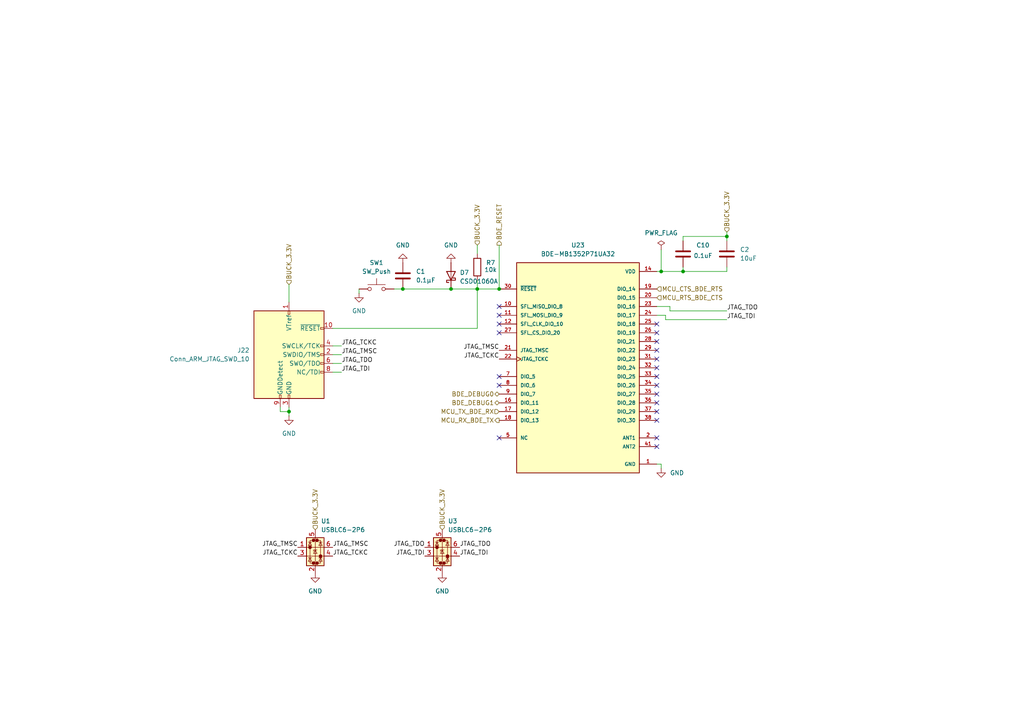
<source format=kicad_sch>
(kicad_sch (version 20250114) (generator "eeschema") (generator_version "9.0")
  (paper "A4")
  (lib_symbols
    (symbol "BDE-MB1352P71UA32:BDE-MB1352P71UA32" (pin_names (offset 1.016))
      (property "Reference" "U23" (at 0 35.56 0))
      (property "Value" "BDE-MB1352P71UA32" (at 0 33.02 0))
      (symbol "BDE-MB1352P71UA32_0_0"
        (rectangle (start -17.78 -30.48) (end 17.78 30.48) (stroke (width 0.254)) (fill (type background)))
        (pin input line (at -22.86 22.86 0) (length 5.08) (name "~{RESET}") (number "30"))
        (pin bidirectional line (at -22.86 17.78 0) (length 5.08) (name "SFL_MISO_DIO_8") (number "10"))
        (pin bidirectional line (at -22.86 15.24 0) (length 5.08) (name "SFL_MOSI_DIO_9") (number "11"))
        (pin bidirectional line (at -22.86 12.7 0) (length 5.08) (name "SFL_CLK_DIO_10") (number "12"))
        (pin bidirectional line (at -22.86 10.16 0) (length 5.08) (name "SFL_CS_DIO_20") (number "27"))
        (pin bidirectional line (at -22.86 5.08 0) (length 5.08) (name "JTAG_TMSC") (number "21"))
        (pin input clock (at -22.86 2.54 0) (length 5.08) (name "JTAG_TCKC") (number "22"))
        (pin bidirectional line (at -22.86 -2.54 0) (length 5.08) (name "DIO_5") (number "7"))
        (pin bidirectional line (at -22.86 -5.08 0) (length 5.08) (name "DIO_6") (number "8"))
        (pin bidirectional line (at -22.86 -7.62 0) (length 5.08) (name "DIO_7") (number "9"))
        (pin bidirectional line (at -22.86 -10.16 0) (length 5.08) (name "DIO_11") (number "16"))
        (pin bidirectional line (at -22.86 -12.7 0) (length 5.08) (name "DIO_12") (number "17"))
        (pin bidirectional line (at -22.86 -15.24 0) (length 5.08) (name "DIO_13") (number "18"))
        (pin no_connect line (at -22.86 -20.32 0) (length 5.08) (hide yes) (name "NC") (number "6"))
        (pin power_in line (at 22.86 27.94 180) (length 5.08) (name "VDD") (number "14"))
        (pin power_in line (at 22.86 27.94 180) (length 5.08) (hide yes) (name "VDD") (number "15"))
        (pin bidirectional line (at 22.86 22.86 180) (length 5.08) (name "DIO_14") (number "19"))
        (pin bidirectional line (at 22.86 20.32 180) (length 5.08) (name "DIO_15") (number "20"))
        (pin bidirectional line (at 22.86 17.78 180) (length 5.08) (name "DIO_16") (number "23"))
        (pin bidirectional line (at 22.86 15.24 180) (length 5.08) (name "DIO_17") (number "24"))
        (pin bidirectional line (at 22.86 12.7 180) (length 5.08) (name "DIO_18") (number "25"))
        (pin bidirectional line (at 22.86 10.16 180) (length 5.08) (name "DIO_19") (number "26"))
        (pin bidirectional line (at 22.86 7.62 180) (length 5.08) (name "DIO_21") (number "28"))
        (pin bidirectional line (at 22.86 5.08 180) (length 5.08) (name "DIO_22") (number "29"))
        (pin bidirectional line (at 22.86 2.54 180) (length 5.08) (name "DIO_23") (number "31"))
        (pin bidirectional line (at 22.86 0 180) (length 5.08) (name "DIO_24") (number "32"))
        (pin bidirectional line (at 22.86 -2.54 180) (length 5.08) (name "DIO_25") (number "33"))
        (pin bidirectional line (at 22.86 -5.08 180) (length 5.08) (name "DIO_26") (number "34"))
        (pin bidirectional line (at 22.86 -7.62 180) (length 5.08) (name "DIO_27") (number "35"))
        (pin bidirectional line (at 22.86 -10.16 180) (length 5.08) (name "DIO_28") (number "36"))
        (pin bidirectional line (at 22.86 -12.7 180) (length 5.08) (name "DIO_29") (number "37"))
        (pin bidirectional line (at 22.86 -15.24 180) (length 5.08) (name "DIO_30") (number "38"))
        (pin bidirectional line (at 22.86 -20.32 180) (length 5.08) (name "ANT1") (number "2"))
        (pin bidirectional line (at 22.86 -22.86 180) (length 5.08) (name "ANT2") (number "41"))
        (pin power_in line (at 22.86 -27.94 180) (length 5.08) (name "GND") (number "1"))
        (pin power_in line (at 22.86 -27.94 180) (length 5.08) (hide yes) (name "GND") (number "13"))
        (pin power_in line (at 22.86 -27.94 180) (length 5.08) (hide yes) (name "GND") (number "3"))
        (pin power_in line (at 22.86 -27.94 180) (length 5.08) (hide yes) (name "GND") (number "39"))
        (pin power_in line (at 22.86 -27.94 180) (length 5.08) (hide yes) (name "GND") (number "4"))
        (pin power_in line (at 22.86 -27.94 180) (length 5.08) (hide yes) (name "GND") (number "40"))
        (pin power_in line (at 22.86 -27.94 180) (length 5.08) (hide yes) (name "GND") (number "42"))
      )
      (symbol "BDE-MB1352P71UA32_1_0"
        (pin passive line (at -22.86 -20.32 0) (length 5.08) (name "NC") (number "5"))
      )
    )
    (symbol "Connector:Conn_ARM_JTAG_SWD_10" (pin_names (offset 1.016))
      (property "Reference" "J" (at -2.54 16.51 0))
      (property "Value" "Conn_ARM_JTAG_SWD_10" (at -2.54 13.97 0))
      (symbol "Conn_ARM_JTAG_SWD_10_0_1"
        (rectangle (start -10.16 12.7) (end 10.16 -12.7) (stroke (width 0.254)) (fill (type background)))
        (rectangle (start -2.794 -12.7) (end -2.286 -11.684))
        (rectangle (start -0.254 12.7) (end 0.254 11.684))
        (rectangle (start -0.254 -12.7) (end 0.254 -11.684))
        (rectangle (start 9.144 2.286) (end 10.16 2.794))
        (rectangle (start 10.16 7.874) (end 9.144 7.366))
        (rectangle (start 10.16 -0.254) (end 9.144 0.254))
        (rectangle (start 10.16 -2.794) (end 9.144 -2.286))
      )
      (symbol "Conn_ARM_JTAG_SWD_10_1_1"
        (rectangle (start 9.144 -5.334) (end 10.16 -4.826))
        (pin no_connect line (at -10.16 0 0) (length 2.54) (hide yes) (name "KEY") (number "7"))
        (pin passive line (at -2.54 -15.24 90) (length 2.54) (name "GNDDetect") (number "9"))
        (pin power_in line (at 0 15.24 270) (length 2.54) (name "VTref") (number "1"))
        (pin power_in line (at 0 -15.24 90) (length 2.54) (name "GND") (number "3"))
        (pin passive line (at 0 -15.24 90) (length 2.54) (hide yes) (name "GND") (number "5"))
        (pin open_collector line (at 12.7 7.62 180) (length 2.54) (name "~{RESET}") (number "10"))
        (pin output line (at 12.7 2.54 180) (length 2.54) (name "SWCLK/TCK") (number "4"))
        (pin bidirectional line (at 12.7 0 180) (length 2.54) (name "SWDIO/TMS") (number "2"))
        (pin input line (at 12.7 -2.54 180) (length 2.54) (name "SWO/TDO") (number "6"))
        (pin output line (at 12.7 -5.08 180) (length 2.54) (name "NC/TDI") (number "8"))
      )
    )
    (symbol "Device:C" (pin_numbers (hide yes)) (pin_names (offset 0.254))
      (property "Reference" "C" (at 0.635 2.54 0))
      (property "Value" "C" (at 0.635 -2.54 0))
      (symbol "C_0_1"
        (polyline (pts (xy -2.032 0.762) (xy 2.032 0.762)) (stroke (width 0.508)))
        (polyline (pts (xy -2.032 -0.762) (xy 2.032 -0.762)) (stroke (width 0.508)))
      )
      (symbol "C_1_1"
        (pin passive line (at 0 3.81 270) (length 2.794) (name "~") (number "1"))
        (pin passive line (at 0 -3.81 90) (length 2.794) (name "~") (number "2"))
      )
    )
    (symbol "Device:R" (pin_numbers (hide yes)) (pin_names (offset 0))
      (property "Reference" "R" (at 2.032 0 90))
      (property "Value" "R" (at 0 0 90))
      (symbol "R_0_1"
        (rectangle (start -1.016 -2.54) (end 1.016 2.54) (stroke (width 0.254)))
      )
      (symbol "R_1_1"
        (pin passive line (at 0 3.81 270) (length 1.27) (name "~") (number "1"))
        (pin passive line (at 0 -3.81 90) (length 1.27) (name "~") (number "2"))
      )
    )
    (symbol "Diode:CSD01060A" (pin_numbers (hide yes)) (pin_names (offset 1.016) (hide yes))
      (property "Reference" "D" (at 0 2.54 0))
      (property "Value" "CSD01060A" (at 0 -2.54 0))
      (symbol "CSD01060A_0_1"
        (polyline (pts (xy -1.905 0.635) (xy -1.905 1.27) (xy -1.27 1.27) (xy -1.27 -1.27) (xy -0.635 -1.27) (xy -0.635 -0.635)) (stroke (width 0.254)))
        (polyline (pts (xy 1.27 1.27) (xy 1.27 -1.27) (xy -1.27 0) (xy 1.27 1.27)) (stroke (width 0.254)))
        (polyline (pts (xy 1.27 0) (xy -1.27 0)))
      )
      (symbol "CSD01060A_1_1"
        (pin passive line (at -3.81 0 0) (length 2.54) (name "K") (number "1"))
        (pin passive line (at 3.81 0 180) (length 2.54) (name "A") (number "2"))
      )
    )
    (symbol "Power_Protection:USBLC6-2P6" (pin_names (hide yes))
      (property "Reference" "U" (at 0.635 5.715 0))
      (property "Value" "USBLC6-2P6" (at 0.635 3.81 0))
      (symbol "USBLC6-2P6_0_0"
        (circle (center -1.524 0) (radius 0.0001) (stroke (width 0.508)))
        (circle (center -0.508 2.032) (radius 0.0001) (stroke (width 0.508)))
        (circle (center -0.508 -4.572) (radius 0.0001) (stroke (width 0.508)))
        (circle (center 0.508 2.032) (radius 0.0001) (stroke (width 0.508)))
        (circle (center 0.508 -4.572) (radius 0.0001) (stroke (width 0.508)))
        (circle (center 1.524 -2.54) (radius 0.0001) (stroke (width 0.508)))
      )
      (symbol "USBLC6-2P6_0_1"
        (polyline (pts (xy -2.54 0) (xy 2.54 0)))
        (polyline (pts (xy -2.54 -2.54) (xy 2.54 -2.54)))
        (polyline (pts (xy -2.032 0.508) (xy -1.016 0.508) (xy -1.524 1.524) (xy -2.032 0.508)))
        (polyline (pts (xy -2.032 -3.048) (xy -1.016 -3.048)))
        (polyline (pts (xy -1.016 1.524) (xy -2.032 1.524)))
        (polyline (pts (xy -1.016 -4.064) (xy -2.032 -4.064) (xy -1.524 -3.048) (xy -1.016 -4.064)))
        (polyline (pts (xy -0.508 -1.143) (xy -0.508 -0.762) (xy 0.508 -0.762)))
        (polyline (pts (xy 0 2.54) (xy -0.508 2.032) (xy 0.508 2.032) (xy 0 1.524) (xy 0 -4.064) (xy -0.508 -4.572) (xy 0.508 -4.572) (xy 0 -5.08)))
        (polyline (pts (xy 0.508 -1.778) (xy -0.508 -1.778) (xy 0 -0.762) (xy 0.508 -1.778)))
        (polyline (pts (xy 1.016 1.524) (xy 2.032 1.524)))
        (polyline (pts (xy 1.016 -3.048) (xy 2.032 -3.048)))
        (polyline (pts (xy 2.032 0.508) (xy 1.016 0.508) (xy 1.524 1.524) (xy 2.032 0.508)))
        (polyline (pts (xy 2.032 -4.064) (xy 1.016 -4.064) (xy 1.524 -3.048) (xy 2.032 -4.064)))
      )
      (symbol "USBLC6-2P6_1_1"
        (rectangle (start -2.54 2.794) (end 2.54 -5.334) (stroke (width 0.254)) (fill (type background)))
        (polyline (pts (xy -0.508 2.032) (xy -1.524 2.032) (xy -1.524 -4.572) (xy -0.508 -4.572)))
        (polyline (pts (xy 0.508 -4.572) (xy 1.524 -4.572) (xy 1.524 2.032) (xy 0.508 2.032)))
        (pin passive line (at -5.08 0 0) (length 2.54) (name "I/O1") (number "1"))
        (pin passive line (at -5.08 -2.54 0) (length 2.54) (name "I/O2") (number "3"))
        (pin passive line (at 0 5.08 270) (length 2.54) (name "VBUS") (number "5"))
        (pin passive line (at 0 -7.62 90) (length 2.54) (name "GND") (number "2"))
        (pin passive line (at 5.08 0 180) (length 2.54) (name "I/O1") (number "6"))
        (pin passive line (at 5.08 -2.54 180) (length 2.54) (name "I/O2") (number "4"))
      )
    )
    (symbol "Switch:SW_Push" (pin_numbers (hide yes)) (pin_names (offset 1.016) (hide yes))
      (property "Reference" "SW" (at 1.27 2.54 0))
      (property "Value" "SW_Push" (at 0 -1.524 0))
      (symbol "SW_Push_0_1"
        (circle (center -2.032 0) (radius 0.508))
        (polyline (pts (xy 0 1.27) (xy 0 3.048)))
        (circle (center 2.032 0) (radius 0.508))
        (polyline (pts (xy 2.54 1.27) (xy -2.54 1.27)))
        (pin passive line (at -5.08 0 0) (length 2.54) (name "1") (number "1"))
        (pin passive line (at 5.08 0 180) (length 2.54) (name "2") (number "2"))
      )
    )
    (symbol "power:GND" (power) (pin_numbers (hide yes)) (pin_names (offset 0) (hide yes))
      (property "Value" "GND" (at 0 -3.81 0))
      (symbol "GND_0_1"
        (polyline (pts (xy 0 0) (xy 0 -1.27) (xy 1.27 -1.27) (xy 0 -2.54) (xy -1.27 -1.27) (xy 0 -1.27)))
      )
      (symbol "GND_1_1"
        (pin power_in line (at 0 0 270) (length 0) (name "~") (number "1"))
      )
    )
    (symbol "power:PWR_FLAG" (power) (pin_numbers (hide yes)) (pin_names (offset 0) (hide yes))
      (property "Value" "PWR_FLAG" (at 0 3.81 0))
      (symbol "PWR_FLAG_0_0"
        (pin power_out line (at 0 0 90) (length 0) (name "~") (number "1"))
      )
      (symbol "PWR_FLAG_0_1"
        (polyline (pts (xy 0 0) (xy 0 1.27) (xy -1.016 1.905) (xy 0 2.54) (xy 1.016 1.905) (xy 0 1.27)))
      )
    )
  )
  (junction (at 138.43 83.82))
  (junction (at 144.78 83.82))
  (junction (at 130.81 83.82))
  (junction (at 116.84 83.82))
  (junction (at 83.82 119.38))
  (junction (at 198.12 78.74))
  (junction (at 210.82 68.58))
  (junction (at 191.77 78.74))
  (no_connect (at 144.78 96.52))
  (no_connect (at 190.5 96.52))
  (no_connect (at 190.5 127))
  (no_connect (at 144.78 88.9))
  (no_connect (at 190.5 114.3))
  (no_connect (at 190.5 119.38))
  (no_connect (at 190.5 116.84))
  (no_connect (at 144.78 109.22))
  (no_connect (at 144.78 91.44))
  (no_connect (at 190.5 106.68))
  (no_connect (at 190.5 121.92))
  (no_connect (at 190.5 93.98))
  (no_connect (at 144.78 111.76))
  (no_connect (at 190.5 111.76))
  (no_connect (at 190.5 101.6))
  (no_connect (at 144.78 93.98))
  (no_connect (at 144.78 127))
  (no_connect (at 190.5 129.54))
  (no_connect (at 190.5 104.14))
  (no_connect (at 190.5 109.22))
  (no_connect (at 190.5 99.06))
  (wire (pts (xy 104.14 85.09) (xy 104.14 83.82)))
  (wire (pts (xy 210.82 78.74) (xy 198.12 78.74)))
  (wire (pts (xy 83.82 82.55) (xy 83.82 87.63)))
  (wire (pts (xy 193.04 92.71) (xy 193.04 91.44)))
  (wire (pts (xy 191.77 78.74) (xy 198.12 78.74)))
  (wire (pts (xy 194.31 88.9) (xy 190.5 88.9)))
  (wire (pts (xy 130.81 83.82) (xy 138.43 83.82)))
  (wire (pts (xy 116.84 83.82) (xy 130.81 83.82)))
  (wire (pts (xy 210.82 67.31) (xy 210.82 68.58)))
  (wire (pts (xy 138.43 95.25) (xy 138.43 83.82)))
  (wire (pts (xy 191.77 72.39) (xy 191.77 78.74)))
  (wire (pts (xy 81.28 118.11) (xy 81.28 119.38)))
  (wire (pts (xy 210.82 77.47) (xy 210.82 78.74)))
  (wire (pts (xy 138.43 71.12) (xy 138.43 73.66)))
  (wire (pts (xy 198.12 68.58) (xy 198.12 69.85)))
  (wire (pts (xy 210.82 68.58) (xy 210.82 69.85)))
  (wire (pts (xy 193.04 91.44) (xy 190.5 91.44)))
  (wire (pts (xy 96.52 100.33) (xy 99.06 100.33)))
  (wire (pts (xy 96.52 107.95) (xy 99.06 107.95)))
  (wire (pts (xy 190.5 78.74) (xy 191.77 78.74)))
  (wire (pts (xy 96.52 102.87) (xy 99.06 102.87)))
  (wire (pts (xy 191.77 135.89) (xy 191.77 134.62)))
  (wire (pts (xy 81.28 119.38) (xy 83.82 119.38)))
  (wire (pts (xy 138.43 81.28) (xy 138.43 83.82)))
  (wire (pts (xy 198.12 68.58) (xy 210.82 68.58)))
  (wire (pts (xy 194.31 90.17) (xy 194.31 88.9)))
  (wire (pts (xy 144.78 71.12) (xy 144.78 83.82)))
  (wire (pts (xy 191.77 134.62) (xy 190.5 134.62)))
  (wire (pts (xy 193.04 92.71) (xy 210.82 92.71)))
  (wire (pts (xy 83.82 119.38) (xy 83.82 120.65)))
  (wire (pts (xy 138.43 83.82) (xy 144.78 83.82)))
  (wire (pts (xy 83.82 118.11) (xy 83.82 119.38)))
  (wire (pts (xy 198.12 77.47) (xy 198.12 78.74)))
  (wire (pts (xy 96.52 95.25) (xy 138.43 95.25)))
  (wire (pts (xy 114.3 83.82) (xy 116.84 83.82)))
  (wire (pts (xy 194.31 90.17) (xy 210.82 90.17)))
  (wire (pts (xy 96.52 105.41) (xy 99.06 105.41)))
  (label "JTAG_TMSC" (at 99.06 102.87 0))
  (label "JTAG_TDO" (at 99.06 105.41 0))
  (label "JTAG_TMSC" (at 144.78 101.6 180))
  (label "JTAG_TDI" (at 123.19 161.29 180))
  (label "JTAG_TCKC" (at 86.36 161.29 180))
  (label "JTAG_TDI" (at 99.06 107.95 0))
  (label "JTAG_TMSC" (at 96.52 158.75 0))
  (label "JTAG_TCKC" (at 96.52 161.29 0))
  (label "JTAG_TCKC" (at 144.78 104.14 180))
  (label "JTAG_TCKC" (at 99.06 100.33 0))
  (label "JTAG_TDO" (at 133.35 158.75 0))
  (label "JTAG_TDO" (at 210.82 90.17 0))
  (label "JTAG_TMSC" (at 86.36 158.75 180))
  (label "JTAG_TDI" (at 210.82 92.71 0))
  (label "JTAG_TDI" (at 133.35 161.29 0))
  (label "JTAG_TDO" (at 123.19 158.75 180))
  (hierarchical_label "BUCK_3.3V" (shape input) (at 83.82 82.55 90))
  (hierarchical_label "MCU_RTS_BDE_CTS" (shape input) (at 190.5 86.36 0))
  (hierarchical_label "BDE_DEBUG1" (shape bidirectional) (at 144.78 116.84 180))
  (hierarchical_label "MCU_CTS_BDE_RTS" (shape input) (at 190.5 83.82 0))
  (hierarchical_label "MCU_TX_BDE_RX" (shape input) (at 144.78 119.38 180))
  (hierarchical_label "BUCK_3.3V" (shape input) (at 210.82 67.31 90))
  (hierarchical_label "MCU_RX_BDE_TX" (shape output) (at 144.78 121.92 180))
  (hierarchical_label "BDE_DEBUG0" (shape bidirectional) (at 144.78 114.3 180))
  (hierarchical_label "BDE_RESET" (shape output) (at 144.78 71.12 90))
  (hierarchical_label "BUCK_3.3V" (shape input) (at 91.44 153.67 90))
  (hierarchical_label "BUCK_3.3V" (shape input) (at 128.27 153.67 90))
  (hierarchical_label "BUCK_3.3V" (shape input) (at 138.43 71.12 90))
  (symbol (lib_id "Power_Protection:USBLC6-2P6") (at 128.27 158.75 0) (unit 1)
    (property "Reference" "U3" (at 129.9211 151.13 0) (effects (justify left)))
    (property "Value" "USBLC6-2P6" (at 129.9211 153.67 0) (effects (justify left)))
    (property "Footprint" "Package_TO_SOT_SMD:SOT-666" (effects (hide yes)))
    (property "Datasheet" "https://www.st.com/resource/en/datasheet/usblc6-2.pdf" (effects (hide yes)))
    (property "Description" "Very low capacitance ESD protection diode, 2 data-line, SOT-666" (effects (hide yes)))
  )
  (symbol (lib_id "power:GND") (at 130.81 76.2 180) (unit 1)
    (property "Reference" "#PWR021" (effects (hide yes)))
    (property "Value" "GND" (at 130.81 71.12 0))
    (property "Description" "Power symbol creates a global label with name \"GND\" , ground" (effects (hide yes)))
  )
  (symbol (lib_id "Device:C") (at 198.12 73.66 0) (unit 1)
    (property "Reference" "C10" (at 201.93 71.1199 0) (effects (justify left)))
    (property "Value" "0.1uF" (at 201.168 74.168 0) (effects (justify left)))
    (property "Footprint" "Capacitor_SMD:C_0402_1005Metric" (effects (hide yes)))
    (property "Description" "Unpolarized capacitor" (effects (hide yes)))
  )
  (symbol (lib_id "Connector:Conn_ARM_JTAG_SWD_10") (at 83.82 102.87 0) (unit 1)
    (property "Reference" "J22" (at 72.39 101.5999 0) (effects (justify right)))
    (property "Value" "Conn_ARM_JTAG_SWD_10" (at 72.39 104.1399 0) (effects (justify right)))
    (property "Footprint" "Connector_PinHeader_1.27mm:PinHeader_2x05_P1.27mm_Vertical" (effects (hide yes)))
    (property "Datasheet" "http://infocenter.arm.com/help/topic/com.arm.doc.ddi0314h/DDI0314H_coresight_components_trm.pdf" (effects (hide yes)))
    (property "Description" "Cortex Debug Connector, standard ARM Cortex-M SWD and JTAG interface" (effects (hide yes)))
  )
  (symbol (lib_id "Power_Protection:USBLC6-2P6") (at 91.44 158.75 0) (unit 1)
    (property "Reference" "U1" (at 93.0911 151.13 0) (effects (justify left)))
    (property "Value" "USBLC6-2P6" (at 93.0911 153.67 0) (effects (justify left)))
    (property "Footprint" "Package_TO_SOT_SMD:SOT-666" (effects (hide yes)))
    (property "Datasheet" "https://www.st.com/resource/en/datasheet/usblc6-2.pdf" (effects (hide yes)))
    (property "Description" "Very low capacitance ESD protection diode, 2 data-line, SOT-666" (effects (hide yes)))
  )
  (symbol (lib_id "power:GND") (at 83.82 120.65 0) (unit 1)
    (property "Reference" "#PWR0107" (effects (hide yes)))
    (property "Value" "GND" (at 83.82 125.73 0))
    (property "Description" "Power symbol creates a global label with name \"GND\" , ground" (effects (hide yes)))
  )
  (symbol (lib_id "Device:C") (at 116.84 80.01 180) (unit 1)
    (property "Reference" "C1" (at 120.65 78.7399 0) (effects (justify right)))
    (property "Value" "0.1µF" (at 120.65 81.2799 0) (effects (justify right)))
    (property "Footprint" "Capacitor_SMD:C_0603_1608Metric" (effects (hide yes)))
    (property "Description" "Unpolarized capacitor" (effects (hide yes)))
  )
  (symbol (lib_id "power:GND") (at 116.84 76.2 180) (unit 1)
    (property "Reference" "#PWR018" (effects (hide yes)))
    (property "Value" "GND" (at 116.84 71.12 0))
    (property "Description" "Power symbol creates a global label with name \"GND\" , ground" (effects (hide yes)))
  )
  (symbol (lib_id "BDE-MB1352P71UA32:BDE-MB1352P71UA32") (at 167.64 106.68 0) (unit 1)
    (property "Reference" "U23" (at 167.64 71.12 0))
    (property "Value" "BDE-MB1352P71UA32" (at 167.64 73.66 0))
    (property "Footprint" "Custom_Parts:XCVR_BDE-MB1352P71UA32" (effects (hide yes)))
    (property "MF" "BDE Technology" (effects (hide yes)))
    (property "MAXIMUM_PACKAGE_HEIGHT" "2.25mm" (effects (hide yes)))
    (property "CREATOR" "ASHISH" (effects (hide yes)))
    (property "Price" "None" (effects (hide yes)))
    (property "Package" "None" (effects (hide yes)))
    (property "Check_prices" "https://www.snapeda.com/parts/BDE-MB1352P71UA32/BDE+Technology/view-part/?ref=eda" (effects (hide yes)))
    (property "DUPLICATE" "BDE-MB1352P72NN32 BDE-MB1352P72UU32 BDE-MB1354P102NN32 BDE-MB1354P102UU32" (effects (hide yes)))
    (property "STANDARD" "Manufacturer Recommendations" (effects (hide yes)))
    (property "PARTREV" "V1.1" (effects (hide yes)))
    (property "SnapEDA_Link" "https://www.snapeda.com/parts/BDE-MB1352P71UA32/BDE+Technology/view-part/?ref=snap" (effects (hide yes)))
    (property "MP" "BDE-MB1352P71UA32" (effects (hide yes)))
    (property "Description_1" "802.15.4, Bluetooth, General ISM > 1GHz 6LoWPAN, Bluetooth v5.0, Thread, Wireless M-Bus, Wi-SUN, Zigbee® Transceiver Module 861MHz ~ 1.054GHz, 2.36GHz ~ 2.5GHz PCB Trace, Antenna Not Included, U.FL Surface Mount" (effects (hide yes)))
    (property "Availability" "In Stock" (effects (hide yes)))
    (property "MANUFACTURER" "BDE Technology" (effects (hide yes)))
  )
  (symbol (lib_id "Switch:SW_Push") (at 109.22 83.82 0) (unit 1)
    (property "Reference" "SW1" (at 109.22 76.2 0))
    (property "Value" "SW_Push" (at 109.22 78.74 0))
    (property "Footprint" "Button_Switch_SMD:SW_SPST_TL3305A" (effects (hide yes)))
    (property "Description" "Push button switch, generic, two pins" (effects (hide yes)))
  )
  (symbol (lib_id "Diode:CSD01060A") (at 130.81 80.01 90) (unit 1)
    (property "Reference" "D7" (at 133.35 79.0574 90) (effects (justify right)))
    (property "Value" "CSD01060A" (at 133.35 81.5974 90) (effects (justify right)))
    (property "Footprint" "Package_TO_SOT_THT:TO-220-2_Vertical" (effects (hide yes)))
    (property "Datasheet" "https://www.wolfspeed.com/media/downloads/87/CSD01060.pdf" (effects (hide yes)))
    (property "Description" "600V, 1A, SiC Schottky Diode, TO-220" (effects (hide yes)))
  )
  (symbol (lib_id "power:GND") (at 191.77 135.89 0) (unit 1)
    (property "Reference" "#PWR0106" (effects (hide yes)))
    (property "Value" "GND" (at 194.31 137.1599 0) (effects (justify left)))
    (property "Description" "Power symbol creates a global label with name \"GND\" , ground" (effects (hide yes)))
  )
  (symbol (lib_id "power:GND") (at 104.14 85.09 0) (unit 1)
    (property "Reference" "#PWR09" (effects (hide yes)))
    (property "Value" "GND" (at 104.14 90.17 0))
    (property "Description" "Power symbol creates a global label with name \"GND\" , ground" (effects (hide yes)))
  )
  (symbol (lib_id "Device:C") (at 210.82 73.66 0) (unit 1)
    (property "Reference" "C2" (at 214.63 72.3899 0) (effects (justify left)))
    (property "Value" "10uF" (at 214.63 74.9299 0) (effects (justify left)))
    (property "Footprint" "Capacitor_SMD:C_0402_1005Metric" (effects (hide yes)))
    (property "Description" "Unpolarized capacitor" (effects (hide yes)))
  )
  (symbol (lib_id "power:GND") (at 91.44 166.37 0) (unit 1)
    (property "Reference" "#PWR01" (effects (hide yes)))
    (property "Value" "GND" (at 91.44 171.45 0))
    (property "Description" "Power symbol creates a global label with name \"GND\" , ground" (effects (hide yes)))
  )
  (symbol (lib_id "Device:R") (at 138.43 77.47 0) (unit 1)
    (property "Reference" "R7" (at 140.97 76.1999 0) (effects (justify left)))
    (property "Value" "10k" (at 140.462 78.232 0) (effects (justify left)))
    (property "Footprint" "Resistor_SMD:R_0603_1608Metric" (effects (hide yes)))
    (property "Description" "Resistor" (effects (hide yes)))
  )
  (symbol (lib_id "power:GND") (at 128.27 166.37 0) (unit 1)
    (property "Reference" "#PWR02" (effects (hide yes)))
    (property "Value" "GND" (at 128.27 171.45 0))
    (property "Description" "Power symbol creates a global label with name \"GND\" , ground" (effects (hide yes)))
  )
  (symbol (lib_id "power:PWR_FLAG") (at 191.77 72.39 0) (unit 1)
    (property "Reference" "#FLG0106" (effects (hide yes)))
    (property "Value" "PWR_FLAG" (at 191.77 67.564 0))
    (property "Description" "Special symbol for telling ERC where power comes from" (effects (hide yes)))
  )
)
</source>
